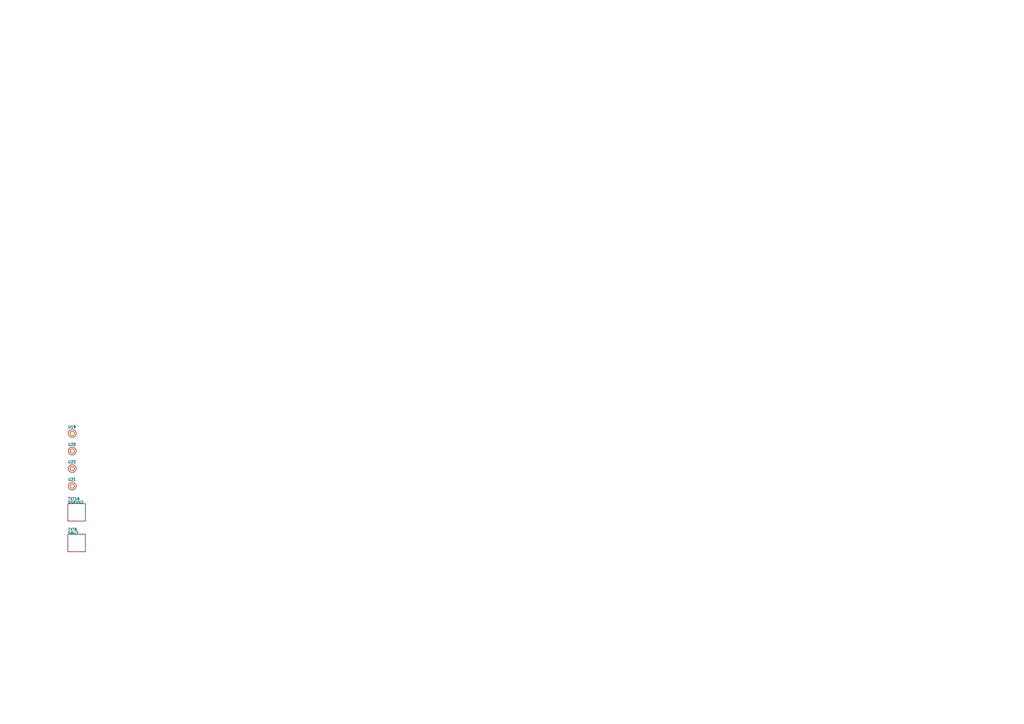
<source format=kicad_sch>
(kicad_sch (version 20230121) (generator jitx)
  (paper "A4")
  (title_block (title "") (date "") (rev "") (company "") (comment 1 "") (comment 2 "") (comment 3 "") (comment 4 ""))
  (lib_symbols
    (symbol "GND"
      (property "Value" "GND" (at -2.54 -3.81 0.0))
      (symbol "GND_1_0"
        (pin power_in line (at 0.0 0.0 270) (length 0.0) (name "GND") (number "~"))
        (polyline (pts (xy 0.0 0.0) (xy 0.0 -1.27)) (stroke (width 0.127)))
        (polyline (pts (xy -1.27 -1.27) (xy 1.27 -1.27)) (stroke (width 0.254)))
        (polyline (pts (xy -0.762 -1.778) (xy 0.762 -1.778)) (stroke (width 0.254)))
        (polyline (pts (xy -0.254 -2.286) (xy 0.254 -2.286)) (stroke (width 0.254)))
      )
    )
    (symbol "header_symbol"
      (property "Reference" "U" (at -2.54 3.81 0.0))
      (property "Value" "header_symbol" (at -2.54 3.175 0.0))
      (symbol "header_symbol_1_0"
        (pin unspecified line (at -5.08 1.27 0) (length 2.54) (name "1") (number "~"))
        (pin unspecified line (at -5.08 -1.27 0) (length 2.54) (name "2") (number "~"))
        (rectangle (start -2.56032 -2.54) (end -0.0203200000000001 2.54) (stroke (width 0.0)))
      )
    )
    (symbol "ALTIUM_POWER_GND_POWER"
      (property "Value" "ALTIUM_POWER_GND_POWER" (at 19.05 -6.35 0.0))
      (symbol "ALTIUM_POWER_GND_POWER_1_0"
        (pin unspecified line (at 0.0 0.0 0) (length 0.0) (name "0") (number "~"))
        (polyline (pts (xy 0.0 0.0) (xy 3.2258 0.0)) (stroke (width 0.127)))
        (polyline (pts (xy 3.2258 -3.556) (xy 3.2258 3.556)) (stroke (width 0.254)))
        (polyline (pts (xy 4.306443 -2.7432) (xy 4.306443 2.7432)) (stroke (width 0.254)))
        (polyline (pts (xy 5.370957 -1.9558) (xy 5.370957 1.9558)) (stroke (width 0.254)))
        (polyline (pts (xy 6.4516 -1.1684) (xy 6.4516 1.1684)) (stroke (width 0.254)))
      )
    )
    (symbol "Sym0402WGJ0750TCE"
      (symbol "Sym0402WGJ0750TCE_1_0"
        (pin unspecified line (at 5.08001016002032 0.0 180) (length 2.54000508001016) (name "2") (number "~"))
        (pin unspecified line (at -5.08001016002032 0.0 0) (length 2.54000508001016) (name "1") (number "~"))
        (rectangle (start -2.54000508001016 -1.01600203200406) (end 2.54000508001016 1.01600203200406) (stroke (width 0.0)))
      )
    )
    (symbol "box_symbol_11L_8R_0T_0B"
      (property "Reference" "U" (at -17.78 16.602 0.0))
      (property "Value" "box_symbol_11L_8R_0T_0B" (at -17.78 15.54 0.0))
      (symbol "box_symbol_11L_8R_0T_0B_1_0"
        (pin unspecified line (at -19.05 12.7 0) (length 2.54) (name "L0") (number "~"))
        (pin unspecified line (at -19.05 10.16 0) (length 2.54) (name "L1") (number "~"))
        (pin unspecified line (at -19.05 7.62 0) (length 2.54) (name "L2") (number "~"))
        (pin unspecified line (at -19.05 5.08 0) (length 2.54) (name "L3") (number "~"))
        (pin unspecified line (at -19.05 2.54 0) (length 2.54) (name "L4") (number "~"))
        (pin unspecified line (at -19.05 0.0 0) (length 2.54) (name "L5") (number "~"))
        (pin unspecified line (at -19.05 -2.54 0) (length 2.54) (name "L6") (number "~"))
        (pin unspecified line (at -19.05 -5.08 0) (length 2.54) (name "L7") (number "~"))
        (pin unspecified line (at -19.05 -7.62 0) (length 2.54) (name "L8") (number "~"))
        (pin unspecified line (at -19.05 -10.16 0) (length 2.54) (name "L9") (number "~"))
        (pin unspecified line (at -19.05 -12.7 0) (length 2.54) (name "L10") (number "~"))
        (pin unspecified line (at 19.05 8.89 180) (length 2.54) (name "R0") (number "~"))
        (pin unspecified line (at 19.05 6.35 180) (length 2.54) (name "R1") (number "~"))
        (pin unspecified line (at 19.05 3.81 180) (length 2.54) (name "R2") (number "~"))
        (pin unspecified line (at 19.05 1.27 180) (length 2.54) (name "R3") (number "~"))
        (pin unspecified line (at 19.05 -1.27 180) (length 2.54) (name "R4") (number "~"))
        (pin unspecified line (at 19.05 -3.81 180) (length 2.54) (name "R5") (number "~"))
        (pin unspecified line (at 19.05 -6.35 180) (length 2.54) (name "R6") (number "~"))
        (pin unspecified line (at 19.05 -8.89 180) (length 2.54) (name "R7") (number "~"))
        (rectangle (start -16.51 -15.24) (end 16.51 15.24) (stroke (width 0.0)))
      )
    )
    (symbol "ground_sym"
      (property "Value" "ground_sym" (at -2.54 -3.81 0.0))
      (symbol "ground_sym_1_0"
        (pin unspecified line (at 0.0 0.0 270) (length 0.0) (name "0") (number "~"))
        (polyline (pts (xy 0.0 0.0) (xy 0.0 -1.27)) (stroke (width 0.127)))
        (polyline (pts (xy -1.27 -1.27) (xy 1.27 -1.27)) (stroke (width 0.254)))
        (polyline (pts (xy -0.762 -1.778) (xy 0.762 -1.778)) (stroke (width 0.254)))
        (polyline (pts (xy -0.254 -2.286) (xy 0.254 -2.286)) (stroke (width 0.254)))
      )
    )
    (symbol "generic_symbol"
      (property "Reference" "U" (at -2.54 3.902 0.0))
      (property "Value" "generic_symbol" (at -2.54 2.84 0.0))
      (symbol "generic_symbol_1_0"
        (rectangle (start -2.54 -2.54) (end 2.54 2.54) (stroke (width 0.0)))
      )
    )
    (symbol "diode_sym"
      (property "Reference" "U" (at 2.54 1.27 0.0))
      (property "Value" "diode_sym" (at 2.54 -1.27 0.0))
      (symbol "diode_sym_1_0"
        (pin unspecified line (at 0.0 2.54 270) (length 0.0) (name "a") (number "~"))
        (pin unspecified line (at 0.0 -2.54 90) (length 0.0) (name "c") (number "~"))
        (circle (center 0.0 0.0) (radius 1.905) (stroke (width 0.0)))
        (polyline (pts (xy 1.27 0.254) (xy 2.286 -0.762)) (stroke (width 0.127)))
        (polyline (pts (xy 1.27 -0.508) (xy 2.286 -1.524)) (stroke (width 0.127)))
        (polyline (pts (xy 1.905 -0.762) (xy 2.286 -0.762) (xy 2.286 -0.381)) (stroke (width 0.127)))
        (polyline (pts (xy 1.905 -1.524) (xy 2.286 -1.524) (xy 2.286 -1.143)) (stroke (width 0.127)))
        (polyline (pts (xy 0.0 2.54) (xy 0.0 1.016)) (stroke (width 0.127)))
        (polyline (pts (xy 0.0 -1.016) (xy 1.27 1.016) (xy -1.27 1.016) (xy 0.0 -1.016)) (stroke (width 0.0)) (fill (type background)))
        (polyline (pts (xy 0.0 -1.016) (xy 0.0 -2.54)) (stroke (width 0.127)))
        (polyline (pts (xy -1.27 -1.016) (xy 1.27 -1.016)) (stroke (width 0.127)))
      )
    )
    (symbol "RS_02K470JT"
      (symbol "RS_02K470JT_1_0"
        (pin unspecified line (at 5.08001016002032 0.0 180) (length 2.54000508001016) (name "2") (number "~"))
        (pin unspecified line (at -5.08001016002032 0.0 0) (length 2.54000508001016) (name "1") (number "~"))
        (rectangle (start -2.54000508001016 -1.01600203200406) (end 2.54000508001016 1.01600203200406) (stroke (width 0.0)))
      )
    )
    (symbol "JITX_symbol"
      (property "Reference" "U" (at -2.54 3.902 0.0))
      (property "Value" "JITX_symbol" (at -2.54 2.84 0.0))
      (symbol "JITX_symbol_1_0"
        (polyline (pts (xy 8.80626775 4.1641535) (xy 9.6444795 5.3075045) (xy 10.64306775 2.736906) (xy 9.40420775 2.7367485) (xy 8.80626775 4.1641535)) (stroke (width 0.0)))
        (polyline (pts (xy 9.6444795 5.3075045) (xy 11.204365675778 7.41173405617841)) (stroke (width 0.0)))
        (arc (start 11.204365675778 7.41173405617841) (mid 11.5715164132218 7.68647346428221) (end 12.02033525 7.780511) (stroke (width 0.0)))
        (polyline (pts (xy 12.02033525 7.780511) (xy 10.7521741568897 7.77915244080762)) (stroke (width 0.0)))
        (arc (start 10.7521741568897 7.77915244080762) (mid 10.3244289019203 7.71659474940583) (end 9.95883526617392 7.48589849585123) (stroke (width 0.0)))
        (polyline (pts (xy 9.95883526617392 7.48589849585123) (xy 9.2135315 6.41686525)) (stroke (width 0.0)))
        (polyline (pts (xy 9.2135315 6.41686525) (xy 9.6444795 5.3075045)) (stroke (width 0.0)))
        (polyline (pts (xy 4.80545275 2.7367835) (xy 5.52213025 2.736801) (xy 6.09744275 6.006396) (xy 7.04751775 6.007796) (xy 7.17619525 6.746366) (xy 6.22827275 6.7467685) (xy 6.35336275 7.4639535) (xy 5.63701775 7.463901) (xy 4.80545275 2.7367835)) (stroke (width 0.0)))
        (arc (start 4.81951158629631 7.46403410472138) (mid 4.56761122169657 7.38909574502682) (end 4.39731705832001 7.1889221969265) (stroke (width 0.0)))
        (polyline (pts (xy 4.39731705832001 7.1889221969265) (xy 4.39731771337896 7.18892347769723)) (stroke (width 0.0)))
        (arc (start 4.39731771337896 7.18892347769723) (mid 4.37903669579069 6.93835280018836) (end 4.54329029777422 6.74824595058332) (stroke (width 0.0)))
        (polyline (pts (xy 4.54329029777422 6.74824595058332) (xy 4.54329042972881 6.74824604286013)) (stroke (width 0.0)))
        (arc (start 4.54329042972881 6.74824604286013) (mid 4.8347064457627 6.7584952028342) (end 5.05014573460892 6.95500029819479) (stroke (width 0.0)))
        (polyline (pts (xy 5.05014573460892 6.95500029819479) (xy 5.0501454400865 6.95500033093321)) (stroke (width 0.0)))
        (arc (start 5.0501454400865 6.95500033093321) (mid 5.11292088648779 7.19473733498076) (end 4.98779016906679 7.4086459400865) (stroke (width 0.0)))
        (polyline (pts (xy 4.98779016906679 7.4086459400865) (xy 4.98779016800714 7.40864611461444)) (stroke (width 0.0)))
        (arc (start 4.98779016800714 7.40864611461444) (mid 4.90690057503162 7.44621327349144) (end 4.81951161284777 7.46403424333775) (stroke (width 0.0)))
        (polyline (pts (xy 4.81951161284777 7.46403424333775) (xy 4.81951158629631 7.46403410472138)) (stroke (width 0.0)))
        (polyline (pts (xy 3.89443775 6.3231635) (xy 3.17699025 6.3231985)) (stroke (width 0.0)))
        (polyline (pts (xy 3.17699025 6.3231985) (xy 2.52209151060913 2.60191506576061)) (stroke (width 0.0)))
        (arc (start 2.52209151060913 2.60191506576061) (mid 2.05675349031717 1.92653195318543) (end 1.2808715 1.660658) (stroke (width 0.0)))
        (polyline (pts (xy 1.2808715 1.660658) (xy 1.16204986761718 0.946150157081704)) (stroke (width 0.0)))
        (arc (start 1.16204986761718 0.946150157081704) (mid 2.47433952610446 1.46740670189427) (end 3.24900260539611 2.64796150657934) (stroke (width 0.0)))
        (polyline (pts (xy 3.24900260539611 2.64796150657934) (xy 3.89443775 6.3231635)) (stroke (width 0.0)))
        (arc (start 4.6536755 2.739566) (mid 4.47355971115545 2.84819051977396) (end 4.42300775 3.05236075) (stroke (width 0.0)))
        (polyline (pts (xy 4.42300775 3.05236075) (xy 4.93274772036982 5.99834598533872)) (stroke (width 0.0)))
        (arc (start 4.93274772036982 5.99834598533872) (mid 4.87164254214732 6.21359196465728) (end 4.67623276466128 6.32258597036982) (stroke (width 0.0)))
        (polyline (pts (xy 4.67623276466128 6.32258597036982) (xy 4.03524193183806 6.32123973631567)) (stroke (width 0.0)))
        (arc (start 4.03524193183806 6.32123973631567) (mid 4.22213158850411 6.21328643348833) (end 4.27976525 6.005296) (stroke (width 0.0)))
        (polyline (pts (xy 4.27976525 6.005296) (xy 3.7661802699951 3.02495606296363)) (stroke (width 0.0)))
        (arc (start 3.7661802699951 3.02495606296363) (mid 3.84086820737184 2.8260933338554) (end 4.03429774834461 2.73828851794516) (stroke (width 0.0)))
        (polyline (pts (xy 4.03429774834461 2.73828851794516) (xy 4.6536755 2.739566)) (stroke (width 0.0)))
        (polyline (pts (xy 8.80626775 4.1641535) (xy 9.6444795 5.3075045)) (stroke (width 0.0)))
        (polyline (pts (xy 9.6444795 5.3075045) (xy 9.2135315 6.41686525)) (stroke (width 0.0)))
        (polyline (pts (xy 9.2135315 6.41686525) (xy 8.68532525 7.776591)) (stroke (width 0.0)))
        (polyline (pts (xy 8.68532525 7.776591) (xy 7.36731275 7.777781)) (stroke (width 0.0)))
        (polyline (pts (xy 7.36731275 7.777781) (xy 8.31381775 5.253301)) (stroke (width 0.0)))
        (polyline (pts (xy 8.31381775 5.253301) (xy 6.69911401210568 3.12239450877699)) (stroke (width 0.0)))
        (arc (start 6.69911401210568 3.12239450877699) (mid 6.34438927313888 2.86083653042072) (end 5.92142775 2.7369585) (stroke (width 0.0)))
        (polyline (pts (xy 5.92142775 2.7369585) (xy 7.20697795987015 2.73714213727357)) (stroke (width 0.0)))
        (arc (start 7.20697795987015 2.73714213727357) (mid 7.6509829133912 2.835530220617) (end 8.01080546865927 3.11364592030973) (stroke (width 0.0)))
        (polyline (pts (xy 8.01080546865927 3.11364592030973) (xy 8.80626775 4.1641535)) (stroke (width 0.0)))
      )
    )
    (symbol "test_point_sym"
      (property "Reference" "U" (at -2.54 1.905 0.0))
      (symbol "test_point_sym_1_0"
        (pin unspecified line (at 2.54 0.0 180) (length 0.0) (name "p") (number "~"))
        (circle (center -1.27 0.0) (radius 0.635) (stroke (width 0.0)))
        (polyline (pts (xy -0.635 0.0) (xy 2.54 0.0)) (stroke (width 0.254)))
      )
    )
    (symbol "RS_02K470JT_1"
      (symbol "RS_02K470JT_1_1_0"
        (pin unspecified line (at 5.08001016002032 0.0 180) (length 2.54000508001016) (name "2") (number "~"))
        (pin unspecified line (at -5.08001016002032 0.0 0) (length 2.54000508001016) (name "1") (number "~"))
        (rectangle (start -2.54000508001016 -1.01600203200406) (end 2.54000508001016 1.01600203200406) (stroke (width 0.0)))
      )
    )
    (symbol "unplated_hole_sym"
      (property "Reference" "U" (at -2.54 1.905 0.0))
      (symbol "unplated_hole_sym_1_0"
        (circle (center -1.27 0.0) (radius 0.635) (stroke (width 0.0)) (fill (type background)))
        (circle (center -1.27 0.0) (radius 1.143) (stroke (width 0.0)))
      )
    )
    (symbol "CC2"
      (property "Reference" "TXT" (at -2.54 3.902 0.0))
      (property "Value" "CC2" (at -2.54 2.84 0.0))
      (symbol "CC2_1_0"
        (rectangle (start -2.54 -2.54) (end 2.54 2.54) (stroke (width 0.0)))
      )
    )
    (symbol "C1096"
      (symbol "C1096_1_0"
        (pin unspecified line (at 5.08001016002032 0.0 180) (length 2.54000508001016) (name "2") (number "2"))
        (pin unspecified line (at -5.08001016002032 0.0 0) (length 2.54000508001016) (name "1") (number "1"))
        (rectangle (start -2.54000508001016 -1.01600203200406) (end 2.54000508001016 1.01600203200406) (stroke (width 0.0)))
      )
    )
    (symbol "LED_maker_ROYGBIV"
      (property "Reference" "LED" (at 2.54 1.27 0.0))
      (property "Value" "LED_maker_ROYGBIV" (at 2.54 -1.27 0.0))
      (symbol "LED_maker_ROYGBIV_1_0"
        (pin unspecified line (at 0.0 2.54 270) (length 0.0) (name "a") (number "1"))
        (pin unspecified line (at 0.0 -2.54 90) (length 0.0) (name "c") (number "2"))
        (circle (center 0.0 0.0) (radius 1.905) (stroke (width 0.0)))
        (polyline (pts (xy 1.27 0.254) (xy 2.286 -0.762)) (stroke (width 0.127)))
        (polyline (pts (xy 1.27 -0.508) (xy 2.286 -1.524)) (stroke (width 0.127)))
        (polyline (pts (xy 1.905 -0.762) (xy 2.286 -0.762) (xy 2.286 -0.381)) (stroke (width 0.127)))
        (polyline (pts (xy 1.905 -1.524) (xy 2.286 -1.524) (xy 2.286 -1.143)) (stroke (width 0.127)))
        (polyline (pts (xy 0.0 2.54) (xy 0.0 1.016)) (stroke (width 0.127)))
        (polyline (pts (xy 0.0 -1.016) (xy 1.27 1.016) (xy -1.27 1.016) (xy 0.0 -1.016)) (stroke (width 0.0)) (fill (type background)))
        (polyline (pts (xy 0.0 -1.016) (xy 0.0 -2.54)) (stroke (width 0.127)))
        (polyline (pts (xy -1.27 -1.016) (xy 1.27 -1.016)) (stroke (width 0.127)))
      )
    )
    (symbol "DP2"
      (property "Reference" "TXT" (at -2.54 3.902 0.0))
      (property "Value" "DP2" (at -2.54 2.84 0.0))
      (symbol "DP2_1_0"
        (rectangle (start -2.54 -2.54) (end 2.54 2.54) (stroke (width 0.0)))
      )
    )
    (symbol "SSRXN1"
      (property "Reference" "TXT" (at -2.54 3.902 0.0))
      (property "Value" "SSRXN1" (at -2.54 2.84 0.0))
      (symbol "SSRXN1_1_0"
        (rectangle (start -2.54 -2.54) (end 2.54 2.54) (stroke (width 0.0)))
      )
    )
    (symbol "SSTXN1"
      (property "Reference" "TXT" (at -2.54 3.902 0.0))
      (property "Value" "SSTXN1" (at -2.54 2.84 0.0))
      (symbol "SSTXN1_1_0"
        (rectangle (start -2.54 -2.54) (end 2.54 2.54) (stroke (width 0.0)))
      )
    )
    (symbol "C1096_1"
      (symbol "C1096_1_1_0"
        (pin unspecified line (at 5.08001016002032 0.0 180) (length 2.54000508001016) (name "2") (number "2"))
        (pin unspecified line (at -5.08001016002032 0.0 0) (length 2.54000508001016) (name "1") (number "1"))
        (rectangle (start -2.54000508001016 -1.01600203200406) (end 2.54000508001016 1.01600203200406) (stroke (width 0.0)))
      )
    )
    (symbol "DN1"
      (property "Reference" "TXT" (at -2.54 3.902 0.0))
      (property "Value" "DN1" (at -2.54 2.84 0.0))
      (symbol "DN1_1_0"
        (rectangle (start -2.54 -2.54) (end 2.54 2.54) (stroke (width 0.0)))
      )
    )
    (symbol "USB_C_Cable_Tester___Version_0_1_2023_03_09"
      (property "Reference" "TXT" (at -2.54 3.902 0.0))
      (property "Value" "USB_C_Cable_Tester___Version_0_1_2023_03_09" (at -2.54 2.84 0.0))
      (symbol "USB_C_Cable_Tester___Version_0_1_2023_03_09_1_0"
        (rectangle (start -2.54 -2.54) (end 2.54 2.54) (stroke (width 0.0)))
      )
    )
    (symbol "SSRXN2"
      (property "Reference" "TXT" (at -2.54 3.902 0.0))
      (property "Value" "SSRXN2" (at -2.54 2.84 0.0))
      (symbol "SSRXN2_1_0"
        (rectangle (start -2.54 -2.54) (end 2.54 2.54) (stroke (width 0.0)))
      )
    )
    (symbol "JITX"
      (property "Reference" "JITX" (at -2.54 3.902 0.0))
      (property "Value" "JITX" (at -2.54 2.84 0.0))
      (symbol "JITX_1_0"
        (polyline (pts (xy 8.80626775 4.1641535) (xy 9.6444795 5.3075045) (xy 10.64306775 2.736906) (xy 9.40420775 2.7367485) (xy 8.80626775 4.1641535)) (stroke (width 0.0)))
        (polyline (pts (xy 9.6444795 5.3075045) (xy 11.204365675778 7.41173405617841)) (stroke (width 0.0)))
        (arc (start 11.204365675778 7.41173405617841) (mid 11.5715164132218 7.68647346428221) (end 12.02033525 7.780511) (stroke (width 0.0)))
        (polyline (pts (xy 12.02033525 7.780511) (xy 10.7521741568897 7.77915244080762)) (stroke (width 0.0)))
        (arc (start 10.7521741568897 7.77915244080762) (mid 10.3244289019203 7.71659474940583) (end 9.95883526617392 7.48589849585123) (stroke (width 0.0)))
        (polyline (pts (xy 9.95883526617392 7.48589849585123) (xy 9.2135315 6.41686525)) (stroke (width 0.0)))
        (polyline (pts (xy 9.2135315 6.41686525) (xy 9.6444795 5.3075045)) (stroke (width 0.0)))
        (polyline (pts (xy 4.80545275 2.7367835) (xy 5.52213025 2.736801) (xy 6.09744275 6.006396) (xy 7.04751775 6.007796) (xy 7.17619525 6.746366) (xy 6.22827275 6.7467685) (xy 6.35336275 7.4639535) (xy 5.63701775 7.463901) (xy 4.80545275 2.7367835)) (stroke (width 0.0)))
        (arc (start 4.81951158629631 7.46403410472138) (mid 4.56761122169657 7.38909574502682) (end 4.39731705832001 7.1889221969265) (stroke (width 0.0)))
        (polyline (pts (xy 4.39731705832001 7.1889221969265) (xy 4.39731771337896 7.18892347769723)) (stroke (width 0.0)))
        (arc (start 4.39731771337896 7.18892347769723) (mid 4.37903669579069 6.93835280018836) (end 4.54329029777422 6.74824595058332) (stroke (width 0.0)))
        (polyline (pts (xy 4.54329029777422 6.74824595058332) (xy 4.54329042972881 6.74824604286013)) (stroke (width 0.0)))
        (arc (start 4.54329042972881 6.74824604286013) (mid 4.8347064457627 6.7584952028342) (end 5.05014573460892 6.95500029819479) (stroke (width 0.0)))
        (polyline (pts (xy 5.05014573460892 6.95500029819479) (xy 5.0501454400865 6.95500033093321)) (stroke (width 0.0)))
        (arc (start 5.0501454400865 6.95500033093321) (mid 5.11292088648779 7.19473733498076) (end 4.98779016906679 7.4086459400865) (stroke (width 0.0)))
        (polyline (pts (xy 4.98779016906679 7.4086459400865) (xy 4.98779016800714 7.40864611461444)) (stroke (width 0.0)))
        (arc (start 4.98779016800714 7.40864611461444) (mid 4.90690057503162 7.44621327349144) (end 4.81951161284777 7.46403424333775) (stroke (width 0.0)))
        (polyline (pts (xy 4.81951161284777 7.46403424333775) (xy 4.81951158629631 7.46403410472138)) (stroke (width 0.0)))
        (polyline (pts (xy 3.89443775 6.3231635) (xy 3.17699025 6.3231985)) (stroke (width 0.0)))
        (polyline (pts (xy 3.17699025 6.3231985) (xy 2.52209151060913 2.60191506576061)) (stroke (width 0.0)))
        (arc (start 2.52209151060913 2.60191506576061) (mid 2.05675349031717 1.92653195318543) (end 1.2808715 1.660658) (stroke (width 0.0)))
        (polyline (pts (xy 1.2808715 1.660658) (xy 1.16204986761718 0.946150157081704)) (stroke (width 0.0)))
        (arc (start 1.16204986761718 0.946150157081704) (mid 2.47433952610446 1.46740670189427) (end 3.24900260539611 2.64796150657934) (stroke (width 0.0)))
        (polyline (pts (xy 3.24900260539611 2.64796150657934) (xy 3.89443775 6.3231635)) (stroke (width 0.0)))
        (arc (start 4.6536755 2.739566) (mid 4.47355971115545 2.84819051977396) (end 4.42300775 3.05236075) (stroke (width 0.0)))
        (polyline (pts (xy 4.42300775 3.05236075) (xy 4.93274772036982 5.99834598533872)) (stroke (width 0.0)))
        (arc (start 4.93274772036982 5.99834598533872) (mid 4.87164254214732 6.21359196465728) (end 4.67623276466128 6.32258597036982) (stroke (width 0.0)))
        (polyline (pts (xy 4.67623276466128 6.32258597036982) (xy 4.03524193183806 6.32123973631567)) (stroke (width 0.0)))
        (arc (start 4.03524193183806 6.32123973631567) (mid 4.22213158850411 6.21328643348833) (end 4.27976525 6.005296) (stroke (width 0.0)))
        (polyline (pts (xy 4.27976525 6.005296) (xy 3.7661802699951 3.02495606296363)) (stroke (width 0.0)))
        (arc (start 3.7661802699951 3.02495606296363) (mid 3.84086820737184 2.8260933338554) (end 4.03429774834461 2.73828851794516) (stroke (width 0.0)))
        (polyline (pts (xy 4.03429774834461 2.73828851794516) (xy 4.6536755 2.739566)) (stroke (width 0.0)))
        (polyline (pts (xy 8.80626775 4.1641535) (xy 9.6444795 5.3075045)) (stroke (width 0.0)))
        (polyline (pts (xy 9.6444795 5.3075045) (xy 9.2135315 6.41686525)) (stroke (width 0.0)))
        (polyline (pts (xy 9.2135315 6.41686525) (xy 8.68532525 7.776591)) (stroke (width 0.0)))
        (polyline (pts (xy 8.68532525 7.776591) (xy 7.36731275 7.777781)) (stroke (width 0.0)))
        (polyline (pts (xy 7.36731275 7.777781) (xy 8.31381775 5.253301)) (stroke (width 0.0)))
        (polyline (pts (xy 8.31381775 5.253301) (xy 6.69911401210568 3.12239450877699)) (stroke (width 0.0)))
        (arc (start 6.69911401210568 3.12239450877699) (mid 6.34438927313888 2.86083653042072) (end 5.92142775 2.7369585) (stroke (width 0.0)))
        (polyline (pts (xy 5.92142775 2.7369585) (xy 7.20697795987015 2.73714213727357)) (stroke (width 0.0)))
        (arc (start 7.20697795987015 2.73714213727357) (mid 7.6509829133912 2.835530220617) (end 8.01080546865927 3.11364592030973) (stroke (width 0.0)))
        (polyline (pts (xy 8.01080546865927 3.11364592030973) (xy 8.80626775 4.1641535)) (stroke (width 0.0)))
      )
    )
    (symbol "component"
      (property "Reference" "B" (at -2.54 3.81 0.0))
      (property "Value" "component" (at -2.54 3.175 0.0))
      (symbol "component_1_0"
        (pin unspecified line (at -5.08 1.27 0) (length 2.54) (name "power_vdd") (number "1"))
        (pin unspecified line (at -5.08 -1.27 0) (length 2.54) (name "power_gnd") (number "2"))
        (rectangle (start -2.56032 -2.54) (end -0.0203200000000001 2.54) (stroke (width 0.0)))
      )
    )
    (symbol "gen_testpad"
      (property "Reference" "U" (at -2.54 1.905 0.0))
      (symbol "gen_testpad_1_0"
        (pin unspecified line (at 2.54 0.0 180) (length 0.0) (name "p") (number "tp"))
        (circle (center -1.27 0.0) (radius 0.635) (stroke (width 0.0)))
        (polyline (pts (xy -0.635 0.0) (xy 2.54 0.0)) (stroke (width 0.254)))
      )
    )
    (symbol "DN2"
      (property "Reference" "TXT" (at -2.54 3.902 0.0))
      (property "Value" "DN2" (at -2.54 2.84 0.0))
      (symbol "DN2_1_0"
        (rectangle (start -2.54 -2.54) (end 2.54 2.54) (stroke (width 0.0)))
      )
    )
    (symbol "SSRXP1"
      (property "Reference" "TXT" (at -2.54 3.902 0.0))
      (property "Value" "SSRXP1" (at -2.54 2.84 0.0))
      (symbol "SSRXP1_1_0"
        (rectangle (start -2.54 -2.54) (end 2.54 2.54) (stroke (width 0.0)))
      )
    )
    (symbol "Generic_Mounting_Hole"
      (property "Reference" "U" (at -2.54 1.905 0.0))
      (symbol "Generic_Mounting_Hole_1_0"
        (circle (center -1.27 0.0) (radius 0.635) (stroke (width 0.0)) (fill (type background)))
        (circle (center -1.27 0.0) (radius 1.143) (stroke (width 0.0)))
      )
    )
    (symbol "CC1"
      (property "Reference" "TXT" (at -2.54 3.902 0.0))
      (property "Value" "CC1" (at -2.54 2.84 0.0))
      (symbol "CC1_1_0"
        (rectangle (start -2.54 -2.54) (end 2.54 2.54) (stroke (width 0.0)))
      )
    )
    (symbol "SSTXP2"
      (property "Reference" "TXT" (at -2.54 3.902 0.0))
      (property "Value" "SSTXP2" (at -2.54 2.84 0.0))
      (symbol "SSTXP2_1_0"
        (rectangle (start -2.54 -2.54) (end 2.54 2.54) (stroke (width 0.0)))
      )
    )
    (symbol "SBU1"
      (property "Reference" "TXT" (at -2.54 3.902 0.0))
      (property "Value" "SBU1" (at -2.54 2.84 0.0))
      (symbol "SBU1_1_0"
        (rectangle (start -2.54 -2.54) (end 2.54 2.54) (stroke (width 0.0)))
      )
    )
    (symbol "SSRXP2"
      (property "Reference" "TXT" (at -2.54 3.902 0.0))
      (property "Value" "SSRXP2" (at -2.54 2.84 0.0))
      (symbol "SSRXP2_1_0"
        (rectangle (start -2.54 -2.54) (end 2.54 2.54) (stroke (width 0.0)))
      )
    )
    (symbol "component_1"
      (property "Reference" "U" (at -17.78 16.602 0.0))
      (property "Value" "component_1" (at -17.78 15.54 0.0))
      (symbol "component_1_1_0"
        (pin unspecified line (at -19.05 12.7 0) (length 2.54) (name "usb-c-pinout_SSRXN2") (number "A10"))
        (pin unspecified line (at -19.05 10.16 0) (length 2.54) (name "usb-c-pinout_SSRXP2") (number "A11"))
        (pin unspecified line (at -19.05 7.62 0) (length 2.54) (name "usb-c-pinout_GND") (number "B1"))
        (pin unspecified line (at -19.05 7.62 0) (length 0.0) (name "usb-c-pinout_GND") (number "B12"))
        (pin unspecified line (at -19.05 7.62 0) (length 0.0) (name "usb-c-pinout_GND") (number "A1"))
        (pin unspecified line (at -19.05 7.62 0) (length 0.0) (name "usb-c-pinout_GND") (number "A12"))
        (pin unspecified line (at -19.05 5.08 0) (length 2.54) (name "usb-c-pinout_SSTXP1") (number "A2"))
        (pin unspecified line (at -19.05 2.54 0) (length 2.54) (name "usb-c-pinout_SSTXN1") (number "A3"))
        (pin unspecified line (at -19.05 0.0 0) (length 2.54) (name "usb-c-pinout_CC1") (number "A5"))
        (pin unspecified line (at -19.05 -2.54 0) (length 2.54) (name "usb-c-pinout_DP1") (number "A6"))
        (pin unspecified line (at -19.05 -5.08 0) (length 2.54) (name "usb-c-pinout_DN1") (number "A7"))
        (pin unspecified line (at -19.05 -7.62 0) (length 2.54) (name "usb-c-pinout_SBU1") (number "A8"))
        (pin unspecified line (at -19.05 -10.16 0) (length 2.54) (name "usb-c-pinout_VBUS") (number "B4"))
        (pin unspecified line (at -19.05 -10.16 0) (length 0.0) (name "usb-c-pinout_VBUS") (number "B9"))
        (pin unspecified line (at -19.05 -10.16 0) (length 0.0) (name "usb-c-pinout_VBUS") (number "A4"))
        (pin unspecified line (at -19.05 -10.16 0) (length 0.0) (name "usb-c-pinout_VBUS") (number "A9"))
        (pin unspecified line (at -19.05 -12.7 0) (length 2.54) (name "usb-c-pinout_shield") (number "S1"))
        (pin unspecified line (at -19.05 -12.7 0) (length 0.0) (name "usb-c-pinout_shield") (number "S2"))
        (pin unspecified line (at -19.05 -12.7 0) (length 0.0) (name "usb-c-pinout_shield") (number "S3"))
        (pin unspecified line (at -19.05 -12.7 0) (length 0.0) (name "usb-c-pinout_shield") (number "S4"))
        (pin unspecified line (at 19.05 8.89 180) (length 2.54) (name "usb-c-pinout_SSRXN1") (number "B10"))
        (pin unspecified line (at 19.05 6.35 180) (length 2.54) (name "usb-c-pinout_SSRXP1") (number "B11"))
        (pin unspecified line (at 19.05 3.81 180) (length 2.54) (name "usb-c-pinout_SSTXP2") (number "B2"))
        (pin unspecified line (at 19.05 1.27 180) (length 2.54) (name "usb-c-pinout_SSTXN2") (number "B3"))
        (pin unspecified line (at 19.05 -1.27 180) (length 2.54) (name "usb-c-pinout_CC2") (number "B5"))
        (pin unspecified line (at 19.05 -3.81 180) (length 2.54) (name "usb-c-pinout_DP2") (number "B6"))
        (pin unspecified line (at 19.05 -6.35 180) (length 2.54) (name "usb-c-pinout_DN2") (number "B7"))
        (pin unspecified line (at 19.05 -8.89 180) (length 2.54) (name "usb-c-pinout_SBU2") (number "B8"))
        (rectangle (start -16.51 -15.24) (end 16.51 15.24) (stroke (width 0.0)))
      )
    )
    (symbol "LED_maker_ROYGBIV_1"
      (property "Reference" "LED" (at 2.54 1.27 0.0))
      (property "Value" "LED_maker_ROYGBIV_1" (at 2.54 -1.27 0.0))
      (symbol "LED_maker_ROYGBIV_1_1_0"
        (pin unspecified line (at 0.0 2.54 270) (length 0.0) (name "a") (number "1"))
        (pin unspecified line (at 0.0 -2.54 90) (length 0.0) (name "c") (number "2"))
        (circle (center 0.0 0.0) (radius 1.905) (stroke (width 0.0)))
        (polyline (pts (xy 1.27 0.254) (xy 2.286 -0.762)) (stroke (width 0.127)))
        (polyline (pts (xy 1.27 -0.508) (xy 2.286 -1.524)) (stroke (width 0.127)))
        (polyline (pts (xy 1.905 -0.762) (xy 2.286 -0.762) (xy 2.286 -0.381)) (stroke (width 0.127)))
        (polyline (pts (xy 1.905 -1.524) (xy 2.286 -1.524) (xy 2.286 -1.143)) (stroke (width 0.127)))
        (polyline (pts (xy 0.0 2.54) (xy 0.0 1.016)) (stroke (width 0.127)))
        (polyline (pts (xy 0.0 -1.016) (xy 1.27 1.016) (xy -1.27 1.016) (xy 0.0 -1.016)) (stroke (width 0.0)) (fill (type background)))
        (polyline (pts (xy 0.0 -1.016) (xy 0.0 -2.54)) (stroke (width 0.127)))
        (polyline (pts (xy -1.27 -1.016) (xy 1.27 -1.016)) (stroke (width 0.127)))
      )
    )
    (symbol "SSTXN2"
      (property "Reference" "TXT" (at -2.54 3.902 0.0))
      (property "Value" "SSTXN2" (at -2.54 2.84 0.0))
      (symbol "SSTXN2_1_0"
        (rectangle (start -2.54 -2.54) (end 2.54 2.54) (stroke (width 0.0)))
      )
    )
    (symbol "SBU2"
      (property "Reference" "TXT" (at -2.54 3.902 0.0))
      (property "Value" "SBU2" (at -2.54 2.84 0.0))
      (symbol "SBU2_1_0"
        (rectangle (start -2.54 -2.54) (end 2.54 2.54) (stroke (width 0.0)))
      )
    )
    (symbol "SSTXP1"
      (property "Reference" "TXT" (at -2.54 3.902 0.0))
      (property "Value" "SSTXP1" (at -2.54 2.84 0.0))
      (symbol "SSTXP1_1_0"
        (rectangle (start -2.54 -2.54) (end 2.54 2.54) (stroke (width 0.0)))
      )
    )
    (symbol "DP1"
      (property "Reference" "TXT" (at -2.54 3.902 0.0))
      (property "Value" "DP1" (at -2.54 2.84 0.0))
      (symbol "DP1_1_0"
        (rectangle (start -2.54 -2.54) (end 2.54 2.54) (stroke (width 0.0)))
      )
    )
    (symbol "C25180"
      (symbol "C25180_1_0"
        (pin unspecified line (at 5.08001016002032 0.0 180) (length 2.54000508001016) (name "2") (number "2"))
        (pin unspecified line (at -5.08001016002032 0.0 0) (length 2.54000508001016) (name "1") (number "1"))
        (rectangle (start -2.54000508001016 -1.01600203200406) (end 2.54000508001016 1.01600203200406) (stroke (width 0.0)))
      )
    )
    (symbol "LED_maker_ROYGBIV_2"
      (property "Reference" "LED" (at 2.54 1.27 0.0))
      (property "Value" "LED_maker_ROYGBIV_2" (at 2.54 -1.27 0.0))
      (symbol "LED_maker_ROYGBIV_2_1_0"
        (pin unspecified line (at 0.0 2.54 270) (length 0.0) (name "a") (number "1"))
        (pin unspecified line (at 0.0 -2.54 90) (length 0.0) (name "c") (number "2"))
        (circle (center 0.0 0.0) (radius 1.905) (stroke (width 0.0)))
        (polyline (pts (xy 1.27 0.254) (xy 2.286 -0.762)) (stroke (width 0.127)))
        (polyline (pts (xy 1.27 -0.508) (xy 2.286 -1.524)) (stroke (width 0.127)))
        (polyline (pts (xy 1.905 -0.762) (xy 2.286 -0.762) (xy 2.286 -0.381)) (stroke (width 0.127)))
        (polyline (pts (xy 1.905 -1.524) (xy 2.286 -1.524) (xy 2.286 -1.143)) (stroke (width 0.127)))
        (polyline (pts (xy 0.0 2.54) (xy 0.0 1.016)) (stroke (width 0.127)))
        (polyline (pts (xy 0.0 -1.016) (xy 1.27 1.016) (xy -1.27 1.016) (xy 0.0 -1.016)) (stroke (width 0.0)) (fill (type background)))
        (polyline (pts (xy 0.0 -1.016) (xy 0.0 -2.54)) (stroke (width 0.127)))
        (polyline (pts (xy -1.27 -1.016) (xy 1.27 -1.016)) (stroke (width 0.127)))
      )
    )
    (symbol "VBUS"
      (property "Reference" "TXT" (at -2.54 3.902 0.0))
      (property "Value" "VBUS" (at -2.54 2.84 0.0))
      (symbol "VBUS_1_0"
        (rectangle (start -2.54 -2.54) (end 2.54 2.54) (stroke (width 0.0)))
      )
    )
    (symbol "GND_usb"
      (property "Reference" "TXT" (at -2.54 3.902 0.0))
      (property "Value" "GND_usb" (at -2.54 2.84 0.0))
      (symbol "GND_usb_1_0"
        (rectangle (start -2.54 -2.54) (end 2.54 2.54) (stroke (width 0.0)))
      )
    )
  )
  (symbol (lib_id "SSRXN2") (at 22.225 148.59 0.0) (unit 1)
    (property "Reference" "TXT16" (at 19.685 144.688 0.0) (effects (font (size 0.762 0.762)) (justify left)))
    (property "Value" "SSRXN2" (at 19.685 145.75 0.0) (effects (font (size 0.762 0.762)) (justify left)))
    (property "Footprint" "CAD:TEXT_LP_7" (effects hide))
    (property "Name" "test-led_my-label" (effects hide))
    (property "Description" "SSRXN2" (effects hide))
    (property "Manufacturer" "non-BOM" (effects hide))
    (property "MPN" "SSRXN2" (effects hide))
    (property "Reference-prefix" "TXT" (effects hide))
  )
  (symbol (lib_id "SBU2") (at 22.225 157.48 0.0) (unit 1)
    (property "Reference" "TXT6" (at 19.685 153.578 0.0) (effects (font (size 0.762 0.762)) (justify left)))
    (property "Value" "SBU2" (at 19.685 154.64 0.0) (effects (font (size 0.762 0.762)) (justify left)))
    (property "Footprint" "CAD:TEXT_LP_15" (effects hide))
    (property "Name" "test-led_my-label" (effects hide))
    (property "Description" "SBU2" (effects hide))
    (property "Manufacturer" "non-BOM" (effects hide))
    (property "MPN" "SBU2" (effects hide))
    (property "Reference-prefix" "TXT" (effects hide))
  )
  (symbol (lib_id "Generic_Mounting_Hole") (at 22.225 135.89 0.0) (unit 1)
    (property "Reference" "U22" (at 19.685 133.985 0.0) (effects (font (size 0.762 0.762)) (justify left)))
    (property "Footprint" "CAD:NPTH" (effects hide))
    (property "Name" "hole" (effects hide))
    (property "Description" "2.3mm mounting hole" (effects hide))
  )
  (symbol (lib_id "Generic_Mounting_Hole") (at 22.225 140.97 0.0) (unit 1)
    (property "Reference" "U21" (at 19.685 139.065 0.0) (effects (font (size 0.762 0.762)) (justify left)))
    (property "Footprint" "CAD:NPTH" (effects hide))
    (property "Name" "hole" (effects hide))
    (property "Description" "2.3mm mounting hole" (effects hide))
  )
  (symbol (lib_id "Generic_Mounting_Hole") (at 22.225 130.81 0.0) (unit 1)
    (property "Reference" "U20" (at 19.685 128.905 0.0) (effects (font (size 0.762 0.762)) (justify left)))
    (property "Footprint" "CAD:NPTH" (effects hide))
    (property "Name" "hole" (effects hide))
    (property "Description" "2.3mm mounting hole" (effects hide))
  )
  (symbol (lib_id "Generic_Mounting_Hole") (at 22.225 125.73 0.0) (unit 1)
    (property "Reference" "U19" (at 19.685 123.825 0.0) (effects (font (size 0.762 0.762)) (justify left)))
    (property "Footprint" "CAD:NPTH" (effects hide))
    (property "Name" "hole" (effects hide))
    (property "Description" "2.3mm mounting hole" (effects hide))
  )
)
</source>
